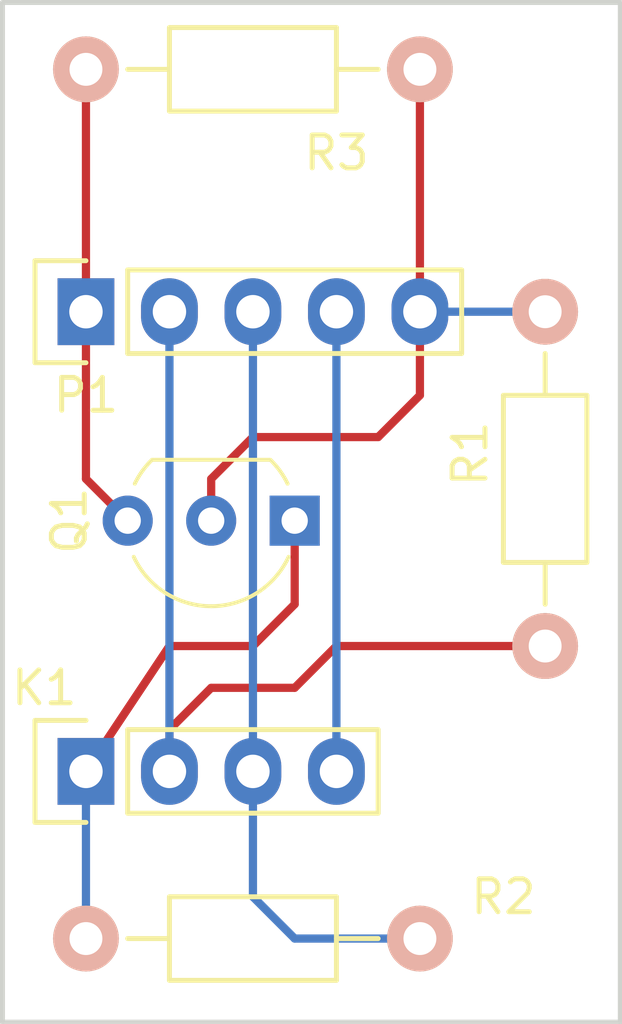
<source format=kicad_pcb>
(kicad_pcb (version 4) (host pcbnew 4.0.2-stable)

  (general
    (links 12)
    (no_connects 0)
    (area 147.244999 95.936999 166.191001 127.075001)
    (thickness 1.6)
    (drawings 4)
    (tracks 26)
    (zones 0)
    (modules 6)
    (nets 7)
  )

  (page A4)
  (layers
    (0 F.Cu signal)
    (31 B.Cu signal)
    (32 B.Adhes user)
    (33 F.Adhes user)
    (34 B.Paste user)
    (35 F.Paste user)
    (36 B.SilkS user)
    (37 F.SilkS user)
    (38 B.Mask user)
    (39 F.Mask user)
    (40 Dwgs.User user)
    (41 Cmts.User user)
    (42 Eco1.User user)
    (43 Eco2.User user)
    (44 Edge.Cuts user)
    (45 Margin user)
    (46 B.CrtYd user)
    (47 F.CrtYd user)
    (48 B.Fab user)
    (49 F.Fab user)
  )

  (setup
    (last_trace_width 0.25)
    (trace_clearance 0.2)
    (zone_clearance 0.508)
    (zone_45_only no)
    (trace_min 0.2)
    (segment_width 0.2)
    (edge_width 0.15)
    (via_size 0.6)
    (via_drill 0.4)
    (via_min_size 0.4)
    (via_min_drill 0.3)
    (uvia_size 0.3)
    (uvia_drill 0.1)
    (uvias_allowed no)
    (uvia_min_size 0.2)
    (uvia_min_drill 0.1)
    (pcb_text_width 0.3)
    (pcb_text_size 1.5 1.5)
    (mod_edge_width 0.15)
    (mod_text_size 1 1)
    (mod_text_width 0.15)
    (pad_size 1.524 1.524)
    (pad_drill 0.762)
    (pad_to_mask_clearance 0.2)
    (aux_axis_origin 0 0)
    (visible_elements FFFFEF7F)
    (pcbplotparams
      (layerselection 0x00030_80000001)
      (usegerberextensions false)
      (excludeedgelayer true)
      (linewidth 0.100000)
      (plotframeref false)
      (viasonmask false)
      (mode 1)
      (useauxorigin false)
      (hpglpennumber 1)
      (hpglpenspeed 20)
      (hpglpendiameter 15)
      (hpglpenoverlay 2)
      (psnegative false)
      (psa4output false)
      (plotreference true)
      (plotvalue true)
      (plotinvisibletext false)
      (padsonsilk false)
      (subtractmaskfromsilk false)
      (outputformat 1)
      (mirror false)
      (drillshape 1)
      (scaleselection 1)
      (outputdirectory ""))
  )

  (net 0 "")
  (net 1 "Net-(K1-Pad1)")
  (net 2 /~poweron)
  (net 3 +5V)
  (net 4 GND)
  (net 5 /adb)
  (net 6 +3V3)

  (net_class Default "This is the default net class."
    (clearance 0.2)
    (trace_width 0.25)
    (via_dia 0.6)
    (via_drill 0.4)
    (uvia_dia 0.3)
    (uvia_drill 0.1)
    (add_net +3V3)
    (add_net +5V)
    (add_net /adb)
    (add_net /~poweron)
    (add_net GND)
    (add_net "Net-(K1-Pad1)")
  )

  (module Socket_Strips:Socket_Strip_Straight_1x05 (layer F.Cu) (tedit 5872BBF4) (tstamp 5872B657)
    (at 149.86 105.41)
    (descr "Through hole socket strip")
    (tags "socket strip")
    (path /584BAA73)
    (fp_text reference P1 (at 0 2.54) (layer F.SilkS)
      (effects (font (size 1 1) (thickness 0.15)))
    )
    (fp_text value CONN_01X05 (at 5.08 -2.54) (layer F.Fab)
      (effects (font (size 1 1) (thickness 0.15)))
    )
    (fp_line (start -1.75 -1.75) (end -1.75 1.75) (layer F.CrtYd) (width 0.05))
    (fp_line (start 11.95 -1.75) (end 11.95 1.75) (layer F.CrtYd) (width 0.05))
    (fp_line (start -1.75 -1.75) (end 11.95 -1.75) (layer F.CrtYd) (width 0.05))
    (fp_line (start -1.75 1.75) (end 11.95 1.75) (layer F.CrtYd) (width 0.05))
    (fp_line (start 1.27 1.27) (end 11.43 1.27) (layer F.SilkS) (width 0.15))
    (fp_line (start 11.43 1.27) (end 11.43 -1.27) (layer F.SilkS) (width 0.15))
    (fp_line (start 11.43 -1.27) (end 1.27 -1.27) (layer F.SilkS) (width 0.15))
    (fp_line (start -1.55 1.55) (end 0 1.55) (layer F.SilkS) (width 0.15))
    (fp_line (start 1.27 1.27) (end 1.27 -1.27) (layer F.SilkS) (width 0.15))
    (fp_line (start 0 -1.55) (end -1.55 -1.55) (layer F.SilkS) (width 0.15))
    (fp_line (start -1.55 -1.55) (end -1.55 1.55) (layer F.SilkS) (width 0.15))
    (pad 1 thru_hole rect (at 0 0) (size 1.7272 2.032) (drill 1.016) (layers *.Cu *.Mask)
      (net 5 /adb))
    (pad 2 thru_hole oval (at 2.54 0) (size 1.7272 2.032) (drill 1.016) (layers *.Cu *.Mask)
      (net 2 /~poweron))
    (pad 3 thru_hole oval (at 5.08 0) (size 1.7272 2.032) (drill 1.016) (layers *.Cu *.Mask)
      (net 3 +5V))
    (pad 4 thru_hole oval (at 7.62 0) (size 1.7272 2.032) (drill 1.016) (layers *.Cu *.Mask)
      (net 4 GND))
    (pad 5 thru_hole oval (at 10.16 0) (size 1.7272 2.032) (drill 1.016) (layers *.Cu *.Mask)
      (net 6 +3V3))
    (model Socket_Strips.3dshapes/Socket_Strip_Straight_1x05.wrl
      (at (xyz 0.2 0 0))
      (scale (xyz 1 1 1))
      (rotate (xyz 0 0 180))
    )
  )

  (module TO_SOT_Packages_THT:TO-92_Inline_Wide (layer F.Cu) (tedit 5872BCFA) (tstamp 5872B65E)
    (at 156.21 111.76 180)
    (descr "TO-92 leads in-line, wide, drill 0.8mm (see NXP sot054_po.pdf)")
    (tags "to-92 sc-43 sc-43a sot54 PA33 transistor")
    (path /5872B6F2)
    (fp_text reference Q1 (at 6.858 0 450) (layer F.SilkS)
      (effects (font (size 1 1) (thickness 0.15)))
    )
    (fp_text value ZVNL110A (at -2.286 -0.508 270) (layer F.Fab)
      (effects (font (size 1 1) (thickness 0.15)))
    )
    (fp_line (start -1.1 -3) (end 6.1 -3) (layer F.CrtYd) (width 0.05))
    (fp_line (start 6.1 -3) (end 6.1 2.3) (layer F.CrtYd) (width 0.05))
    (fp_line (start 6.1 2.3) (end -1.1 2.3) (layer F.CrtYd) (width 0.05))
    (fp_line (start -1.1 2.3) (end -1.1 -3) (layer F.CrtYd) (width 0.05))
    (fp_line (start 0.74 1.85) (end 4.34 1.85) (layer F.SilkS) (width 0.12))
    (fp_line (start 0.8 1.75) (end 4.3 1.75) (layer F.Fab) (width 0.1))
    (fp_arc (start 2.54 0) (end 0.74 1.85) (angle 20) (layer F.SilkS) (width 0.12))
    (fp_arc (start 2.54 0) (end 2.54 -2.6) (angle -65) (layer F.SilkS) (width 0.12))
    (fp_arc (start 2.54 0) (end 2.54 -2.6) (angle 65) (layer F.SilkS) (width 0.12))
    (fp_arc (start 2.54 0) (end 2.54 -2.48) (angle 135) (layer F.Fab) (width 0.1))
    (fp_arc (start 2.54 0) (end 2.54 -2.48) (angle -135) (layer F.Fab) (width 0.1))
    (fp_arc (start 2.54 0) (end 4.34 1.85) (angle -20) (layer F.SilkS) (width 0.12))
    (pad 2 thru_hole circle (at 2.54 0 270) (size 1.524 1.524) (drill 0.8) (layers *.Cu *.Mask)
      (net 6 +3V3))
    (pad 3 thru_hole circle (at 5.08 0 270) (size 1.524 1.524) (drill 0.8) (layers *.Cu *.Mask)
      (net 5 /adb))
    (pad 1 thru_hole rect (at 0 0 270) (size 1.524 1.524) (drill 0.8) (layers *.Cu *.Mask)
      (net 1 "Net-(K1-Pad1)"))
    (model TO_SOT_Packages_THT.3dshapes/TO-92_Inline_Wide.wrl
      (at (xyz 0.1 0 0))
      (scale (xyz 1 1 1))
      (rotate (xyz 0 0 -90))
    )
  )

  (module Resistors_ThroughHole:Resistor_Horizontal_RM10mm (layer F.Cu) (tedit 5872BC80) (tstamp 5872B664)
    (at 163.83 105.41 270)
    (descr "Resistor, Axial,  RM 10mm, 1/3W")
    (tags "Resistor Axial RM 10mm 1/3W")
    (path /584BA334)
    (fp_text reference R1 (at 4.318 2.286 450) (layer F.SilkS)
      (effects (font (size 1 1) (thickness 0.15)))
    )
    (fp_text value 470 (at 7.366 2.286 450) (layer F.Fab)
      (effects (font (size 1 1) (thickness 0.15)))
    )
    (fp_line (start -1.25 -1.5) (end 11.4 -1.5) (layer F.CrtYd) (width 0.05))
    (fp_line (start -1.25 1.5) (end -1.25 -1.5) (layer F.CrtYd) (width 0.05))
    (fp_line (start 11.4 -1.5) (end 11.4 1.5) (layer F.CrtYd) (width 0.05))
    (fp_line (start -1.25 1.5) (end 11.4 1.5) (layer F.CrtYd) (width 0.05))
    (fp_line (start 2.54 -1.27) (end 7.62 -1.27) (layer F.SilkS) (width 0.15))
    (fp_line (start 7.62 -1.27) (end 7.62 1.27) (layer F.SilkS) (width 0.15))
    (fp_line (start 7.62 1.27) (end 2.54 1.27) (layer F.SilkS) (width 0.15))
    (fp_line (start 2.54 1.27) (end 2.54 -1.27) (layer F.SilkS) (width 0.15))
    (fp_line (start 2.54 0) (end 1.27 0) (layer F.SilkS) (width 0.15))
    (fp_line (start 7.62 0) (end 8.89 0) (layer F.SilkS) (width 0.15))
    (pad 1 thru_hole circle (at 0 0 270) (size 1.99898 1.99898) (drill 1.00076) (layers *.Cu *.SilkS *.Mask)
      (net 6 +3V3))
    (pad 2 thru_hole circle (at 10.16 0 270) (size 1.99898 1.99898) (drill 1.00076) (layers *.Cu *.SilkS *.Mask)
      (net 2 /~poweron))
    (model Resistors_ThroughHole.3dshapes/Resistor_Horizontal_RM10mm.wrl
      (at (xyz 0.2 0 0))
      (scale (xyz 0.4 0.4 0.4))
      (rotate (xyz 0 0 0))
    )
  )

  (module Resistors_ThroughHole:Resistor_Horizontal_RM10mm (layer F.Cu) (tedit 5872BC57) (tstamp 5872B66A)
    (at 149.86 124.46)
    (descr "Resistor, Axial,  RM 10mm, 1/3W")
    (tags "Resistor Axial RM 10mm 1/3W")
    (path /584B9CB4)
    (fp_text reference R2 (at 12.7 -1.27) (layer F.SilkS)
      (effects (font (size 1 1) (thickness 0.15)))
    )
    (fp_text value 470 (at 12.7 1.27) (layer F.Fab)
      (effects (font (size 1 1) (thickness 0.15)))
    )
    (fp_line (start -1.25 -1.5) (end 11.4 -1.5) (layer F.CrtYd) (width 0.05))
    (fp_line (start -1.25 1.5) (end -1.25 -1.5) (layer F.CrtYd) (width 0.05))
    (fp_line (start 11.4 -1.5) (end 11.4 1.5) (layer F.CrtYd) (width 0.05))
    (fp_line (start -1.25 1.5) (end 11.4 1.5) (layer F.CrtYd) (width 0.05))
    (fp_line (start 2.54 -1.27) (end 7.62 -1.27) (layer F.SilkS) (width 0.15))
    (fp_line (start 7.62 -1.27) (end 7.62 1.27) (layer F.SilkS) (width 0.15))
    (fp_line (start 7.62 1.27) (end 2.54 1.27) (layer F.SilkS) (width 0.15))
    (fp_line (start 2.54 1.27) (end 2.54 -1.27) (layer F.SilkS) (width 0.15))
    (fp_line (start 2.54 0) (end 1.27 0) (layer F.SilkS) (width 0.15))
    (fp_line (start 7.62 0) (end 8.89 0) (layer F.SilkS) (width 0.15))
    (pad 1 thru_hole circle (at 0 0) (size 1.99898 1.99898) (drill 1.00076) (layers *.Cu *.SilkS *.Mask)
      (net 1 "Net-(K1-Pad1)"))
    (pad 2 thru_hole circle (at 10.16 0) (size 1.99898 1.99898) (drill 1.00076) (layers *.Cu *.SilkS *.Mask)
      (net 3 +5V))
    (model Resistors_ThroughHole.3dshapes/Resistor_Horizontal_RM10mm.wrl
      (at (xyz 0.2 0 0))
      (scale (xyz 0.4 0.4 0.4))
      (rotate (xyz 0 0 0))
    )
  )

  (module Resistors_ThroughHole:Resistor_Horizontal_RM10mm (layer F.Cu) (tedit 5872BCAB) (tstamp 5872B670)
    (at 149.86 98.044)
    (descr "Resistor, Axial,  RM 10mm, 1/3W")
    (tags "Resistor Axial RM 10mm 1/3W")
    (path /584BA3B9)
    (fp_text reference R3 (at 7.62 2.54) (layer F.SilkS)
      (effects (font (size 1 1) (thickness 0.15)))
    )
    (fp_text value 470 (at 3.556 2.54) (layer F.Fab)
      (effects (font (size 1 1) (thickness 0.15)))
    )
    (fp_line (start -1.25 -1.5) (end 11.4 -1.5) (layer F.CrtYd) (width 0.05))
    (fp_line (start -1.25 1.5) (end -1.25 -1.5) (layer F.CrtYd) (width 0.05))
    (fp_line (start 11.4 -1.5) (end 11.4 1.5) (layer F.CrtYd) (width 0.05))
    (fp_line (start -1.25 1.5) (end 11.4 1.5) (layer F.CrtYd) (width 0.05))
    (fp_line (start 2.54 -1.27) (end 7.62 -1.27) (layer F.SilkS) (width 0.15))
    (fp_line (start 7.62 -1.27) (end 7.62 1.27) (layer F.SilkS) (width 0.15))
    (fp_line (start 7.62 1.27) (end 2.54 1.27) (layer F.SilkS) (width 0.15))
    (fp_line (start 2.54 1.27) (end 2.54 -1.27) (layer F.SilkS) (width 0.15))
    (fp_line (start 2.54 0) (end 1.27 0) (layer F.SilkS) (width 0.15))
    (fp_line (start 7.62 0) (end 8.89 0) (layer F.SilkS) (width 0.15))
    (pad 1 thru_hole circle (at 0 0) (size 1.99898 1.99898) (drill 1.00076) (layers *.Cu *.SilkS *.Mask)
      (net 5 /adb))
    (pad 2 thru_hole circle (at 10.16 0) (size 1.99898 1.99898) (drill 1.00076) (layers *.Cu *.SilkS *.Mask)
      (net 6 +3V3))
    (model Resistors_ThroughHole.3dshapes/Resistor_Horizontal_RM10mm.wrl
      (at (xyz 0.2 0 0))
      (scale (xyz 0.4 0.4 0.4))
      (rotate (xyz 0 0 0))
    )
  )

  (module Socket_Strips:Socket_Strip_Straight_1x04 (layer F.Cu) (tedit 5872BC61) (tstamp 5872B790)
    (at 149.86 119.38)
    (descr "Through hole socket strip")
    (tags "socket strip")
    (path /5872B555)
    (fp_text reference K1 (at -1.27 -2.54) (layer F.SilkS)
      (effects (font (size 1 1) (thickness 0.15)))
    )
    (fp_text value ADB (at 11.43 0) (layer F.Fab)
      (effects (font (size 1 1) (thickness 0.15)))
    )
    (fp_line (start -1.75 -1.75) (end -1.75 1.75) (layer F.CrtYd) (width 0.05))
    (fp_line (start 9.4 -1.75) (end 9.4 1.75) (layer F.CrtYd) (width 0.05))
    (fp_line (start -1.75 -1.75) (end 9.4 -1.75) (layer F.CrtYd) (width 0.05))
    (fp_line (start -1.75 1.75) (end 9.4 1.75) (layer F.CrtYd) (width 0.05))
    (fp_line (start 1.27 -1.27) (end 8.89 -1.27) (layer F.SilkS) (width 0.15))
    (fp_line (start 1.27 1.27) (end 8.89 1.27) (layer F.SilkS) (width 0.15))
    (fp_line (start -1.55 1.55) (end 0 1.55) (layer F.SilkS) (width 0.15))
    (fp_line (start 8.89 -1.27) (end 8.89 1.27) (layer F.SilkS) (width 0.15))
    (fp_line (start 1.27 1.27) (end 1.27 -1.27) (layer F.SilkS) (width 0.15))
    (fp_line (start 0 -1.55) (end -1.55 -1.55) (layer F.SilkS) (width 0.15))
    (fp_line (start -1.55 -1.55) (end -1.55 1.55) (layer F.SilkS) (width 0.15))
    (pad 1 thru_hole rect (at 0 0) (size 1.7272 2.032) (drill 1.016) (layers *.Cu *.Mask)
      (net 1 "Net-(K1-Pad1)"))
    (pad 2 thru_hole oval (at 2.54 0) (size 1.7272 2.032) (drill 1.016) (layers *.Cu *.Mask)
      (net 2 /~poweron))
    (pad 3 thru_hole oval (at 5.08 0) (size 1.7272 2.032) (drill 1.016) (layers *.Cu *.Mask)
      (net 3 +5V))
    (pad 4 thru_hole oval (at 7.62 0) (size 1.7272 2.032) (drill 1.016) (layers *.Cu *.Mask)
      (net 4 GND))
    (model Socket_Strips.3dshapes/Socket_Strip_Straight_1x04.wrl
      (at (xyz 0.15 0 0))
      (scale (xyz 1 1 1))
      (rotate (xyz 0 0 180))
    )
  )

  (gr_line (start 147.32 96.012) (end 166.116 96.012) (angle 90) (layer Edge.Cuts) (width 0.15))
  (gr_line (start 166.116 127) (end 166.116 96.012) (angle 90) (layer Edge.Cuts) (width 0.15))
  (gr_line (start 147.32 127) (end 147.32 96.012) (angle 90) (layer Edge.Cuts) (width 0.15))
  (gr_line (start 166.116 127) (end 147.32 127) (angle 90) (layer Edge.Cuts) (width 0.15))

  (segment (start 149.86 119.38) (end 149.86 124.46) (width 0.25) (layer B.Cu) (net 1))
  (segment (start 156.21 111.76) (end 156.21 114.3) (width 0.25) (layer F.Cu) (net 1))
  (segment (start 154.94 115.57) (end 152.4 115.57) (width 0.25) (layer F.Cu) (net 1) (tstamp 5872BAD4))
  (segment (start 152.4 115.57) (end 149.86 119.38) (width 0.25) (layer F.Cu) (net 1) (tstamp 5872BAD6))
  (segment (start 156.21 114.3) (end 154.94 115.57) (width 0.25) (layer F.Cu) (net 1) (tstamp 5872BAE8))
  (segment (start 152.4 119.38) (end 152.4 118.11) (width 0.25) (layer F.Cu) (net 2))
  (segment (start 157.48 115.57) (end 163.83 115.57) (width 0.25) (layer F.Cu) (net 2) (tstamp 5872BAF2))
  (segment (start 156.21 116.84) (end 157.48 115.57) (width 0.25) (layer F.Cu) (net 2) (tstamp 5872BAF0))
  (segment (start 153.67 116.84) (end 156.21 116.84) (width 0.25) (layer F.Cu) (net 2) (tstamp 5872BAEE))
  (segment (start 152.4 118.11) (end 153.67 116.84) (width 0.25) (layer F.Cu) (net 2) (tstamp 5872BAEC))
  (segment (start 152.4 119.38) (end 152.4 105.41) (width 0.25) (layer B.Cu) (net 2) (status 10))
  (segment (start 154.94 119.38) (end 154.94 123.19) (width 0.25) (layer B.Cu) (net 3))
  (segment (start 156.21 124.46) (end 160.02 124.46) (width 0.25) (layer B.Cu) (net 3) (tstamp 5872BB3B))
  (segment (start 154.94 123.19) (end 156.21 124.46) (width 0.25) (layer B.Cu) (net 3) (tstamp 5872BB39))
  (segment (start 154.94 119.38) (end 154.94 105.41) (width 0.25) (layer B.Cu) (net 3) (status 10))
  (segment (start 157.48 119.38) (end 157.48 105.41) (width 0.25) (layer B.Cu) (net 4) (status 10))
  (segment (start 149.86 105.41) (end 149.86 98.044) (width 0.25) (layer F.Cu) (net 5) (status C00000))
  (segment (start 149.86 105.41) (end 149.86 110.49) (width 0.25) (layer F.Cu) (net 5))
  (segment (start 149.86 110.49) (end 151.13 111.76) (width 0.25) (layer F.Cu) (net 5) (tstamp 5872BB41))
  (segment (start 160.02 105.41) (end 160.02 98.044) (width 0.25) (layer F.Cu) (net 6) (status C00000))
  (segment (start 153.67 111.76) (end 153.67 110.49) (width 0.25) (layer F.Cu) (net 6))
  (segment (start 160.02 107.95) (end 160.02 105.41) (width 0.25) (layer F.Cu) (net 6) (tstamp 5872BB4A))
  (segment (start 158.75 109.22) (end 160.02 107.95) (width 0.25) (layer F.Cu) (net 6) (tstamp 5872BB48))
  (segment (start 154.94 109.22) (end 158.75 109.22) (width 0.25) (layer F.Cu) (net 6) (tstamp 5872BB46))
  (segment (start 153.67 110.49) (end 154.94 109.22) (width 0.25) (layer F.Cu) (net 6) (tstamp 5872BB44))
  (segment (start 160.02 105.41) (end 163.83 105.41) (width 0.25) (layer B.Cu) (net 6))

)

</source>
